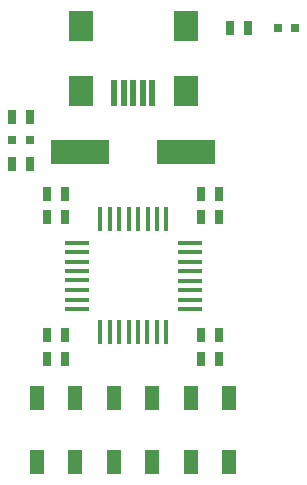
<source format=gtp>
G04 (created by PCBNEW (22-Jun-2014 BZR 4027)-stable) date Tue Nov  3 08:39:22 2015*
%MOIN*%
G04 Gerber Fmt 3.4, Leading zero omitted, Abs format*
%FSLAX34Y34*%
G01*
G70*
G90*
G04 APERTURE LIST*
%ADD10C,0.00590551*%
%ADD11R,0.0177X0.0787*%
%ADD12R,0.0787X0.0177*%
%ADD13R,0.0197X0.0906*%
%ADD14R,0.0787X0.0984*%
%ADD15R,0.19685X0.0787402*%
%ADD16R,0.0472X0.0787*%
%ADD17R,0.025X0.045*%
%ADD18R,0.0314X0.0314*%
G04 APERTURE END LIST*
G54D10*
G54D11*
X44576Y-46529D03*
X44891Y-46529D03*
X45206Y-46529D03*
X45521Y-46529D03*
X45836Y-46529D03*
X46151Y-46529D03*
X46466Y-46529D03*
X46781Y-46529D03*
X46779Y-50295D03*
X44569Y-50295D03*
X44889Y-50295D03*
X45209Y-50295D03*
X45519Y-50295D03*
X45839Y-50295D03*
X46149Y-50295D03*
X46469Y-50295D03*
G54D12*
X47569Y-47313D03*
X47569Y-47627D03*
X47569Y-47943D03*
X47569Y-48257D03*
X47569Y-48573D03*
X47569Y-48887D03*
X47569Y-49203D03*
X47569Y-49517D03*
X43789Y-47315D03*
X43789Y-47625D03*
X43789Y-47945D03*
X43789Y-48255D03*
X43789Y-48565D03*
X43789Y-48885D03*
X43789Y-49205D03*
X43789Y-49525D03*
G54D13*
X46299Y-42302D03*
X45984Y-42302D03*
X45669Y-42302D03*
X45354Y-42302D03*
X45039Y-42302D03*
G54D14*
X47421Y-42263D03*
X47421Y-40098D03*
X43917Y-42263D03*
X43917Y-40098D03*
G54D15*
X47440Y-44291D03*
X43897Y-44291D03*
G54D16*
X48858Y-52480D03*
X47598Y-52480D03*
X47598Y-54606D03*
X48858Y-54606D03*
X46299Y-52480D03*
X45039Y-52480D03*
X45039Y-54606D03*
X46299Y-54606D03*
X43740Y-52480D03*
X42480Y-52480D03*
X42480Y-54606D03*
X43740Y-54606D03*
G54D17*
X47928Y-46456D03*
X48528Y-46456D03*
X48912Y-40157D03*
X49512Y-40157D03*
X42229Y-44685D03*
X41629Y-44685D03*
X47928Y-45669D03*
X48528Y-45669D03*
X43410Y-45669D03*
X42810Y-45669D03*
X48528Y-51181D03*
X47928Y-51181D03*
X43410Y-46456D03*
X42810Y-46456D03*
X43410Y-50393D03*
X42810Y-50393D03*
X43410Y-51181D03*
X42810Y-51181D03*
X48528Y-50393D03*
X47928Y-50393D03*
G54D18*
X50492Y-40157D03*
X51082Y-40157D03*
X41634Y-43897D03*
X42224Y-43897D03*
G54D17*
X41629Y-43110D03*
X42229Y-43110D03*
M02*

</source>
